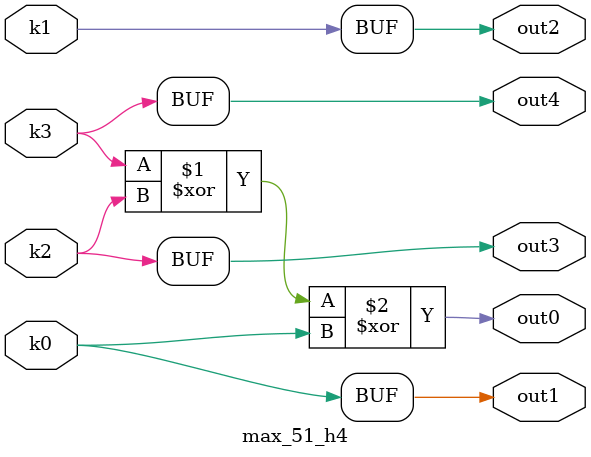
<source format=v>
module max_51(pi0, pi1, pi2, pi3, pi4, pi5, pi6, pi7, po0, po1, po2, po3, po4);
input pi0, pi1, pi2, pi3, pi4, pi5, pi6, pi7;
output po0, po1, po2, po3, po4;
wire k0, k1, k2, k3;
max_51_w4 DUT1 (pi0, pi1, pi2, pi3, pi4, pi5, pi6, pi7, k0, k1, k2, k3);
max_51_h4 DUT2 (k0, k1, k2, k3, po0, po1, po2, po3, po4);
endmodule

module max_51_w4(in7, in6, in5, in4, in3, in2, in1, in0, k3, k2, k1, k0);
input in7, in6, in5, in4, in3, in2, in1, in0;
output k3, k2, k1, k0;
assign k0 =   in0 ? ~in6 : ~in3;
assign k1 =   in0 ? ~in7 : ~in4;
assign k2 =   ~in5 & in2;
assign k3 =   (((~in7 | (in4 & ~in1)) & (in4 | ~in1)) | (~in6 & in3)) & (~in6 | in3) & (in2 | ~in5);
endmodule

module max_51_h4(k3, k2, k1, k0, out4, out3, out2, out1, out0);
input k3, k2, k1, k0;
output out4, out3, out2, out1, out0;
assign out0 = k3 ^ k2 ^ k0;
assign out1 = k0;
assign out2 = k1;
assign out3 = k2;
assign out4 = k3;
endmodule

</source>
